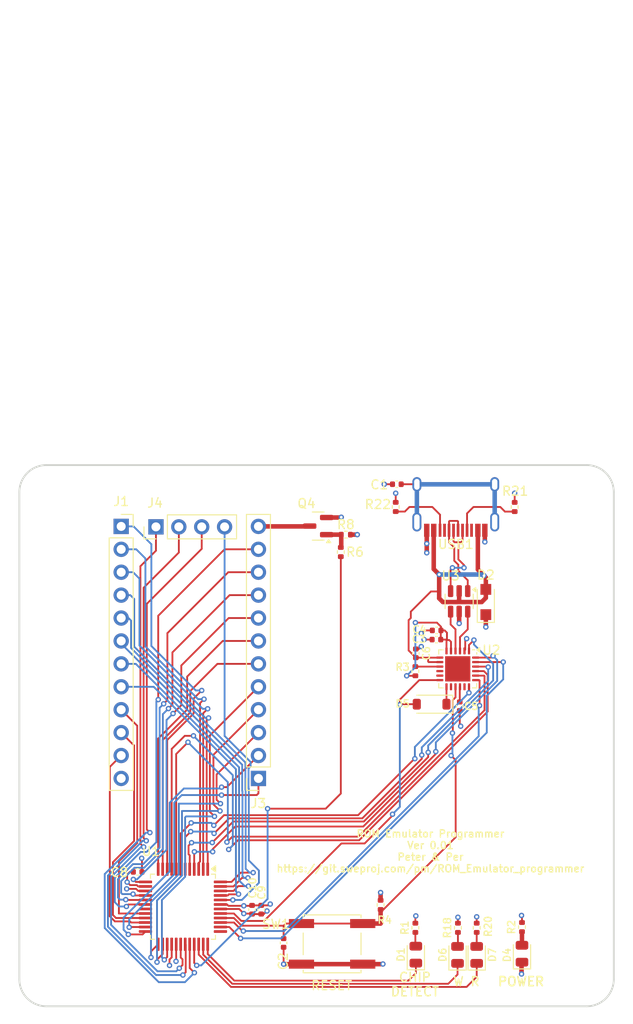
<source format=kicad_pcb>
(kicad_pcb
	(version 20240108)
	(generator "pcbnew")
	(generator_version "8.0")
	(general
		(thickness 1.6)
		(legacy_teardrops no)
	)
	(paper "A4")
	(title_block
		(title "ROM Emulator Programmer")
		(date "2024-10-07")
		(rev "0.01")
		(company "Peter & Per")
	)
	(layers
		(0 "F.Cu" signal)
		(1 "In1.Cu" signal)
		(2 "In2.Cu" signal)
		(31 "B.Cu" signal)
		(32 "B.Adhes" user "B.Adhesive")
		(33 "F.Adhes" user "F.Adhesive")
		(34 "B.Paste" user)
		(35 "F.Paste" user)
		(36 "B.SilkS" user "B.Silkscreen")
		(37 "F.SilkS" user "F.Silkscreen")
		(38 "B.Mask" user)
		(39 "F.Mask" user)
		(40 "Dwgs.User" user "User.Drawings")
		(41 "Cmts.User" user "User.Comments")
		(42 "Eco1.User" user "User.Eco1")
		(43 "Eco2.User" user "User.Eco2")
		(44 "Edge.Cuts" user)
		(45 "Margin" user)
		(46 "B.CrtYd" user "B.Courtyard")
		(47 "F.CrtYd" user "F.Courtyard")
		(48 "B.Fab" user)
		(49 "F.Fab" user)
		(50 "User.1" user)
		(51 "User.2" user)
		(52 "User.3" user)
		(53 "User.4" user)
		(54 "User.5" user)
		(55 "User.6" user)
		(56 "User.7" user)
		(57 "User.8" user)
		(58 "User.9" user)
	)
	(setup
		(stackup
			(layer "F.SilkS"
				(type "Top Silk Screen")
			)
			(layer "F.Paste"
				(type "Top Solder Paste")
			)
			(layer "F.Mask"
				(type "Top Solder Mask")
				(thickness 0.01)
			)
			(layer "F.Cu"
				(type "copper")
				(thickness 0.035)
			)
			(layer "dielectric 1"
				(type "prepreg")
				(thickness 0.1)
				(material "FR4")
				(epsilon_r 4.5)
				(loss_tangent 0.02)
			)
			(layer "In1.Cu"
				(type "copper")
				(thickness 0.035)
			)
			(layer "dielectric 2"
				(type "core")
				(thickness 1.24)
				(material "FR4")
				(epsilon_r 4.5)
				(loss_tangent 0.02)
			)
			(layer "In2.Cu"
				(type "copper")
				(thickness 0.035)
			)
			(layer "dielectric 3"
				(type "prepreg")
				(thickness 0.1)
				(material "FR4")
				(epsilon_r 4.5)
				(loss_tangent 0.02)
			)
			(layer "B.Cu"
				(type "copper")
				(thickness 0.035)
			)
			(layer "B.Mask"
				(type "Bottom Solder Mask")
				(thickness 0.01)
			)
			(layer "B.Paste"
				(type "Bottom Solder Paste")
			)
			(layer "B.SilkS"
				(type "Bottom Silk Screen")
			)
			(copper_finish "None")
			(dielectric_constraints no)
		)
		(pad_to_mask_clearance 0)
		(allow_soldermask_bridges_in_footprints no)
		(pcbplotparams
			(layerselection 0x00010fc_ffffffff)
			(plot_on_all_layers_selection 0x0000000_00000000)
			(disableapertmacros no)
			(usegerberextensions no)
			(usegerberattributes yes)
			(usegerberadvancedattributes yes)
			(creategerberjobfile yes)
			(dashed_line_dash_ratio 12.000000)
			(dashed_line_gap_ratio 3.000000)
			(svgprecision 4)
			(plotframeref no)
			(viasonmask no)
			(mode 1)
			(useauxorigin no)
			(hpglpennumber 1)
			(hpglpenspeed 20)
			(hpglpendiameter 15.000000)
			(pdf_front_fp_property_popups yes)
			(pdf_back_fp_property_popups yes)
			(dxfpolygonmode yes)
			(dxfimperialunits yes)
			(dxfusepcbnewfont yes)
			(psnegative no)
			(psa4output no)
			(plotreference yes)
			(plotvalue yes)
			(plotfptext yes)
			(plotinvisibletext no)
			(sketchpadsonfab no)
			(subtractmaskfromsilk no)
			(outputformat 1)
			(mirror no)
			(drillshape 1)
			(scaleselection 1)
			(outputdirectory "")
		)
	)
	(net 0 "")
	(net 1 "GND")
	(net 2 "+5V")
	(net 3 "/RX0")
	(net 4 "/UPDI")
	(net 5 "/D1")
	(net 6 "/A8")
	(net 7 "/A0")
	(net 8 "/D0")
	(net 9 "/A6")
	(net 10 "/D3")
	(net 11 "/A1")
	(net 12 "/A5")
	(net 13 "/A11")
	(net 14 "/A3")
	(net 15 "/CD_LED")
	(net 16 "/A10")
	(net 17 "/A7")
	(net 18 "/A9")
	(net 19 "unconnected-(U1-PC07-Pad19)")
	(net 20 "/D4")
	(net 21 "/D2")
	(net 22 "/A2")
	(net 23 "/D6")
	(net 24 "/USB_N")
	(net 25 "Net-(USB1-CC1)")
	(net 26 "Net-(USB1-CC2)")
	(net 27 "/VUSB")
	(net 28 "Net-(USB1-DP1)")
	(net 29 "Net-(USB1-DN1)")
	(net 30 "unconnected-(USB1-SBU2-Pad3)")
	(net 31 "unconnected-(USB1-SBU1-Pad9)")
	(net 32 "/A12")
	(net 33 "/A13")
	(net 34 "/D5")
	(net 35 "/D7")
	(net 36 "/A-1")
	(net 37 "/~{OE}")
	(net 38 "Net-(D6-A)")
	(net 39 "/~{BYTE}")
	(net 40 "/~{WE}")
	(net 41 "unconnected-(U1-PF03-Pad37)")
	(net 42 "/R_LED")
	(net 43 "Net-(D4-A)")
	(net 44 "/USB_P")
	(net 45 "/A4")
	(net 46 "Net-(Q4-G)")
	(net 47 "/~{VCC_EN}")
	(net 48 "/VCC_EN")
	(net 49 "Net-(D1-A)")
	(net 50 "/~{DCD}")
	(net 51 "/~{CTS}")
	(net 52 "/~{DSR}")
	(net 53 "Net-(D5-K)")
	(net 54 "/~{RI}")
	(net 55 "/~{RST}")
	(net 56 "Net-(U2-NC{slash}DCD_ECI{slash}VPP)")
	(net 57 "Net-(U2-~{RST})")
	(net 58 "/TX0")
	(net 59 "Net-(USB1-SHIELD)")
	(net 60 "/W_LED")
	(net 61 "Net-(D7-A)")
	(net 62 "unconnected-(U2-~{SUSPEND}{slash}RI_ECI-Pad17)")
	(net 63 "/~{RTS}")
	(net 64 "unconnected-(U2-CTS_ECI-Pad10)")
	(net 65 "unconnected-(U2-GPIO.1_ECI{slash}DSR_ECI-Pad14)")
	(net 66 "/~{DTR}")
	(net 67 "unconnected-(U2-RTS_ECI-Pad11)")
	(net 68 "/VIO")
	(footprint "Connector_PinSocket_2.54mm:PinSocket_1x12_P2.54mm_Vertical" (layer "F.Cu") (at 50.546 62.738 180))
	(footprint "Resistor_SMD:R_0402_1005Metric" (layer "F.Cu") (at 64.1096 76.7588 -90))
	(footprint "MountingHole:MountingHole_3mm" (layer "F.Cu") (at 87 31))
	(footprint "Connector_PinSocket_2.54mm:PinSocket_1x12_P2.54mm_Vertical" (layer "F.Cu") (at 35.306 34.798))
	(footprint "Diode_SMD:Nexperia_CFP3_SOD-123W" (layer "F.Cu") (at 75.7936 43.182 90))
	(footprint "Package_TO_SOT_SMD:SOT-23" (layer "F.Cu") (at 57.1777 34.7624 180))
	(footprint "MountingHole:MountingHole_3mm" (layer "F.Cu") (at 27 85))
	(footprint "Package_DFN_QFN:QFN-24-1EP_4x4mm_P0.5mm_EP2.8x2.8mm" (layer "F.Cu") (at 72.6748 50.5905 -90))
	(footprint "ROM_Emulator_programmer:SW_Push_1P1T_NO_CK_K2-1102SP-C4SC-04" (layer "F.Cu") (at 58.7248 81.0768 180))
	(footprint "Resistor_SMD:R_0402_1005Metric" (layer "F.Cu") (at 72.6948 79.2968 90))
	(footprint "Resistor_SMD:R_0402_1005Metric" (layer "F.Cu") (at 65.786 32.642 -90))
	(footprint "Resistor_SMD:R_0402_1005Metric" (layer "F.Cu") (at 79.8068 79.2223 90))
	(footprint "Capacitor_SMD:C_0402_1005Metric" (layer "F.Cu") (at 49.8348 77.2948 -90))
	(footprint "LED_SMD:LED_0805_2012Metric" (layer "F.Cu") (at 79.8068 82.1713 90))
	(footprint "Capacitor_SMD:C_0402_1005Metric" (layer "F.Cu") (at 72.898 54.7396 90))
	(footprint "Resistor_SMD:R_0402_1005Metric" (layer "F.Cu") (at 67.9704 50.8508 90))
	(footprint "ROM_Emulator_programmer:HRO-TYPE-C-31-M-12" (layer "F.Cu") (at 72.458 27.532 180))
	(footprint "MountingHole:MountingHole_3mm" (layer "F.Cu") (at 27 31))
	(footprint "Connector_PinHeader_2.54mm:PinHeader_1x04_P2.54mm_Vertical" (layer "F.Cu") (at 39.1668 34.8488 90))
	(footprint "Package_QFP:TQFP-48_7x7mm_P0.5mm" (layer "F.Cu") (at 42.164 76.962 -90))
	(footprint "Capacitor_SMD:C_0402_1005Metric" (layer "F.Cu") (at 70.3072 47.3456))
	(footprint "Diode_SMD:D_SOD-123" (layer "F.Cu") (at 69.7748 54.5084 180))
	(footprint "LED_SMD:LED_0805_2012Metric" (layer "F.Cu") (at 74.7776 82.3004 90))
	(footprint "MountingHole:MountingHole_3mm" (layer "F.Cu") (at 87 85))
	(footprint "LED_SMD:LED_0805_2012Metric" (layer "F.Cu") (at 72.6522 82.3004 90))
	(footprint "Capacitor_SMD:C_0402_1005Metric" (layer "F.Cu") (at 65.9104 30.1244 180))
	(footprint "Resistor_SMD:R_0402_1005Metric" (layer "F.Cu") (at 67.9704 79.2968 90))
	(footprint "LED_SMD:LED_0805_2012Metric" (layer "F.Cu") (at 68.0212 82.2729 90))
	(footprint "Resistor_SMD:R_0402_1005Metric" (layer "F.Cu") (at 74.7776 79.2968 90))
	(footprint "Capacitor_SMD:C_0402_1005Metric" (layer "F.Cu") (at 50.8508 77.2896 -90))
	(footprint "Resistor_SMD:R_0402_1005Metric" (layer "F.Cu") (at 59.69 37.6428 -90))
	(footprint "Resistor_SMD:R_0402_1005Metric" (layer "F.Cu") (at 60.2488 35.7124))
	(footprint "Capacitor_SMD:C_0402_1005Metric" (layer "F.Cu") (at 70.33 46.3296 180))
	(footprint "Capacitor_SMD:C_0402_1005Metric" (layer "F.Cu") (at 53.34 80.9752 -90))
	(footprint "Resistor_SMD:R_0402_1005Metric"
		(layer "F.Cu")
		(uuid "d13bb61a-83f8-43e5-bc42-dda1097b6a39")
		(at 78.994 32.646 -90)
		(descr "Resistor SMD 0402 (1005 Metric), square (rectangular) end terminal, IPC_7351 nominal, (Body size source: IPC-SM-782 page 72, https://www.pcb-3d.com/wordpress/wp-content/uploads/ipc-sm-782a_amendment_1_and_2.pdf), generated with kicad-footprint-generator")
		(tags "resistor")
		(property "Reference" "R21"
			(at -1.7596 -0.0508 180)
			(layer "F.SilkS")
			(uuid "dd7641a2-c437-4c66-87e9-aff031e3b0bb")
			(effects
				(font
					(size 1 1)
					(thickness 0.15)
				)
			)
		)
		(property "Value" "5.1k"
			(at 0 1.17 90)
			(layer "F.Fab")
			(uuid "17a25cfd-dde3-40ad-9d59-a72a026aed50")
			(effects
				(font
					(size 1 1)
					(thickness 0.15)
				)
			)
		)
		(property "Footprint" "Resistor_SMD:R_0402_1005Metric"
			(at 0 0 -90)
			(unlocked yes)
			(layer "F.Fab")
			(hide yes)
			(uuid "bbf3eb07-0913-41ec-ae5e-8fc1844677d0")
			(effects
				(font
					(size 1.27 1.27)
					(thickness 0.15)
				)
			)
		)
		(property "Datasheet" ""
			(at 0 0 -90)
			(unlocked yes)
			(layer "F.Fab")
			(hide yes)
			(uuid "585b0b4b-f
... [385268 chars truncated]
</source>
